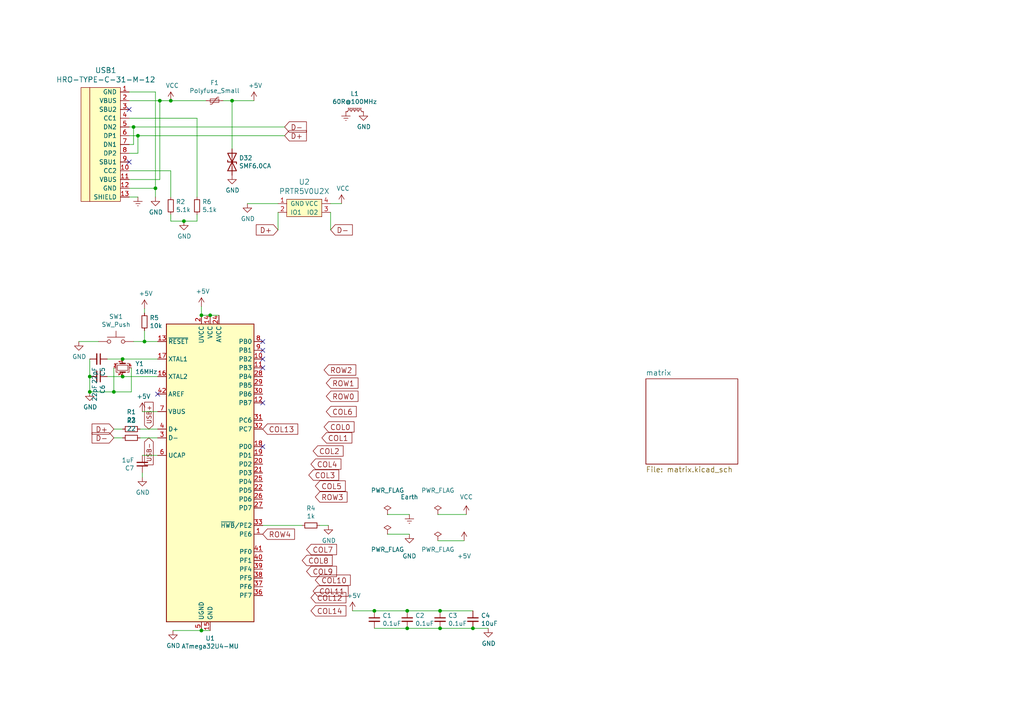
<source format=kicad_sch>
(kicad_sch (version 20211123) (generator eeschema)
  (paper "A4")
  (lib_symbols
    (symbol "Device:C_Small" (pin_numbers hide) (pin_names (offset 0.254) hide)
      (property "Reference" "C" (at 0.254 1.778 0))
      (property "Value" "C_Small" (at 0.254 -2.032 0))
      (symbol "C_Small_0_1"
        (polyline (pts (xy -1.524 -0.508) (xy 1.524 -0.508)) (stroke (width 0.3302)))
        (polyline (pts (xy -1.524 0.508) (xy 1.524 0.508)) (stroke (width 0.3048)))
      )
      (symbol "C_Small_1_1"
        (pin passive line (at 0 2.54 270) (length 2.032) (name "~") (number "1"))
        (pin passive line (at 0 -2.54 90) (length 2.032) (name "~") (number "2"))
      )
    )
    (symbol "Device:Crystal_GND24_Small" (pin_names (offset 1.016) hide)
      (property "Reference" "Y" (at 1.27 4.445 0))
      (property "Value" "Crystal_GND24_Small" (at 1.27 2.54 0))
      (symbol "Crystal_GND24_Small_0_1"
        (rectangle (start -0.762 -1.524) (end 0.762 1.524))
        (polyline (pts (xy -1.27 -0.762) (xy -1.27 0.762)) (stroke (width 0.381)))
        (polyline (pts (xy 1.27 -0.762) (xy 1.27 0.762)) (stroke (width 0.381)))
        (polyline (pts (xy -1.27 -1.27) (xy -1.27 -1.905) (xy 1.27 -1.905) (xy 1.27 -1.27)))
        (polyline (pts (xy -1.27 1.27) (xy -1.27 1.905) (xy 1.27 1.905) (xy 1.27 1.27)))
      )
      (symbol "Crystal_GND24_Small_1_1"
        (pin passive line (at -2.54 0 0) (length 1.27) (name "1") (number "1"))
        (pin passive line (at 0 -2.54 90) (length 0.635) (name "2") (number "2"))
        (pin passive line (at 2.54 0 180) (length 1.27) (name "3") (number "3"))
        (pin passive line (at 0 2.54 270) (length 0.635) (name "4") (number "4"))
      )
    )
    (symbol "Device:D_TVS" (pin_numbers hide) (pin_names (offset 1.016) hide)
      (property "Reference" "D" (at 0 2.54 0))
      (property "Value" "D_TVS" (at 0 -2.54 0))
      (symbol "D_TVS_0_1"
        (polyline (pts (xy 1.27 0) (xy -1.27 0)))
        (polyline (pts (xy 0.508 1.27) (xy 0 1.27) (xy 0 -1.27) (xy -0.508 -1.27)) (stroke (width 0.254)))
        (polyline (pts (xy -2.54 1.27) (xy -2.54 -1.27) (xy 2.54 1.27) (xy 2.54 -1.27) (xy -2.54 1.27)) (stroke (width 0.254)))
      )
      (symbol "D_TVS_1_1"
        (pin passive line (at -3.81 0 0) (length 2.54) (name "A1") (number "1"))
        (pin passive line (at 3.81 0 180) (length 2.54) (name "A2") (number "2"))
      )
    )
    (symbol "Device:Polyfuse_Small" (pin_numbers hide) (pin_names (offset 0))
      (property "Reference" "F" (at -1.905 0 90))
      (property "Value" "Polyfuse_Small" (at 1.905 0 90))
      (symbol "Polyfuse_Small_0_1"
        (rectangle (start -0.508 1.27) (end 0.508 -1.27))
        (polyline (pts (xy 0 2.54) (xy 0 -2.54)))
        (polyline (pts (xy -1.016 1.27) (xy -1.016 0.762) (xy 1.016 -0.762) (xy 1.016 -1.27)))
      )
      (symbol "Polyfuse_Small_1_1"
        (pin passive line (at 0 2.54 270) (length 0.635) (name "~") (number "1"))
        (pin passive line (at 0 -2.54 90) (length 0.635) (name "~") (number "2"))
      )
    )
    (symbol "Device:R_Small" (pin_numbers hide) (pin_names (offset 0.254) hide)
      (property "Reference" "R" (at 0.762 0.508 0))
      (property "Value" "R_Small" (at 0.762 -1.016 0))
      (symbol "R_Small_0_1"
        (rectangle (start -0.762 1.778) (end 0.762 -1.778) (stroke (width 0.2032)))
      )
      (symbol "R_Small_1_1"
        (pin passive line (at 0 2.54 270) (length 0.762) (name "~") (number "1"))
        (pin passive line (at 0 -2.54 90) (length 0.762) (name "~") (number "2"))
      )
    )
    (symbol "KiCad_HHKB-JP_Poker-rescue:L_Core_Ferrite_Small-Device" (pin_numbers hide) (pin_names (offset 0.254) hide)
      (property "Reference" "L" (at 1.27 1.016 0))
      (property "Value" "L_Core_Ferrite_Small-Device" (at 1.27 -1.27 0))
      (symbol "L_Core_Ferrite_Small-Device_0_1"
        (arc (start 0 -2.032) (mid 0.508 -1.524) (end 0 -1.016))
        (arc (start 0 -1.016) (mid 0.508 -0.508) (end 0 0))
        (polyline (pts (xy 0.762 -1.905) (xy 0.762 -1.651)))
        (polyline (pts (xy 0.762 -1.397) (xy 0.762 -1.143)))
        (polyline (pts (xy 0.762 -0.889) (xy 0.762 -0.635)))
        (polyline (pts (xy 0.762 -0.381) (xy 0.762 -0.127)))
        (polyline (pts (xy 0.762 0.127) (xy 0.762 0.381)))
        (polyline (pts (xy 0.762 0.635) (xy 0.762 0.889)))
        (polyline (pts (xy 0.762 1.143) (xy 0.762 1.397)))
        (polyline (pts (xy 0.762 1.651) (xy 0.762 1.905)))
        (polyline (pts (xy 1.016 -1.651) (xy 1.016 -1.905)))
        (polyline (pts (xy 1.016 -1.143) (xy 1.016 -1.397)))
        (polyline (pts (xy 1.016 -0.635) (xy 1.016 -0.889)))
        (polyline (pts (xy 1.016 -0.127) (xy 1.016 -0.381)))
        (polyline (pts (xy 1.016 0.381) (xy 1.016 0.127)))
        (polyline (pts (xy 1.016 0.889) (xy 1.016 0.635)))
        (polyline (pts (xy 1.016 1.397) (xy 1.016 1.143)))
        (polyline (pts (xy 1.016 1.905) (xy 1.016 1.651)))
        (arc (start 0 0) (mid 0.508 0.508) (end 0 1.016))
        (arc (start 0 1.016) (mid 0.508 1.524) (end 0 2.032))
      )
      (symbol "L_Core_Ferrite_Small-Device_1_1"
        (pin passive line (at 0 2.54 270) (length 0.508) (name "~") (number "1"))
        (pin passive line (at 0 -2.54 90) (length 0.508) (name "~") (number "2"))
      )
    )
    (symbol "MCU_Microchip_ATmega:ATmega32U4-M"
      (property "Reference" "U" (at -12.7 44.45 0))
      (property "Value" "ATmega32U4-M" (at 2.54 -44.45 0))
      (symbol "ATmega32U4-M_0_1"
        (rectangle (start -12.7 -43.18) (end 12.7 43.18) (stroke (width 0.254)) (fill (type background)))
      )
      (symbol "ATmega32U4-M_1_1"
        (pin bidirectional line (at 15.24 -17.78 180) (length 2.54) (name "PE6") (number "1"))
        (pin bidirectional line (at 15.24 33.02 180) (length 2.54) (name "PB2") (number "10"))
        (pin bidirectional line (at 15.24 30.48 180) (length 2.54) (name "PB3") (number "11"))
        (pin bidirectional line (at 15.24 20.32 180) (length 2.54) (name "PB7") (number "12"))
        (pin input line (at -15.24 38.1 0) (length 2.54) (name "~{RESET}") (number "13"))
        (pin power_in line (at 0 45.72 270) (length 2.54) (name "VCC") (number "14"))
        (pin power_in line (at 0 -45.72 90) (length 2.54) (name "GND") (number "15"))
        (pin output line (at -15.24 27.94 0) (length 2.54) (name "XTAL2") (number "16"))
        (pin input line (at -15.24 33.02 0) (length 2.54) (name "XTAL1") (number "17"))
        (pin bidirectional line (at 15.24 7.62 180) (length 2.54) (name "PD0") (number "18"))
        (pin bidirectional line (at 15.24 5.08 180) (length 2.54) (name "PD1") (number "19"))
        (pin power_in line (at -2.54 45.72 270) (length 2.54) (name "UVCC") (number "2"))
        (pin bidirectional line (at 15.24 2.54 180) (length 2.54) (name "PD2") (number "20"))
        (pin bidirectional line (at 15.24 0 180) (length 2.54) (name "PD3") (number "21"))
        (pin bidirectional line (at 15.24 -5.08 180) (length 2.54) (name "PD5") (number "22"))
        (pin passive line (at 0 -45.72 90) (length 2.54) hide (name "GND") (number "23"))
        (pin power_in line (at 2.54 45.72 270) (length 2.54) (name "AVCC") (number "24"))
        (pin bidirectional line (at 15.24 -2.54 180) (length 2.54) (name "PD4") (number "25"))
        (pin bidirectional line (at 15.24 -7.62 180) (length 2.54) (name "PD6") (number "26"))
        (pin bidirectional line (at 15.24 -10.16 180) (length 2.54) (name "PD7") (number "27"))
        (pin bidirectional line (at 15.24 27.94 180) (length 2.54) (name "PB4") (number "28"))
        (pin bidirectional line (at 15.24 25.4 180) (length 2.54) (name "PB5") (number "29"))
        (pin bidirectional line (at -15.24 10.16 0) (length 2.54) (name "D-") (number "3"))
        (pin bidirectional line (at 15.24 22.86 180) (length 2.54) (name "PB6") (number "30"))
        (pin bidirectional line (at 15.24 15.24 180) (length 2.54) (name "PC6") (number "31"))
        (pin bidirectional line (at 15.24 12.7 180) (length 2.54) (name "PC7") (number "32"))
        (pin bidirectional line (at 15.24 -15.24 180) (length 2.54) (name "~{HWB}/PE2") (number "33"))
        (pin passive line (at 0 45.72 270) (length 2.54) hide (name "VCC") (number "34"))
        (pin passive line (at 0 -45.72 90) (length 2.54) hide (name "GND") (number "35"))
        (pin bidirectional line (at 15.24 -35.56 180) (length 2.54) (name "PF7") (number "36"))
        (pin bidirectional line (at 15.24 -33.02 180) (length 2.54) (name "PF6") (number "37"))
        (pin bidirectional line (at 15.24 -30.48 180) (length 2.54) (name "PF5") (number "38"))
        (pin bidirectional line (at 15.24 -27.94 180) (length 2.54) (name "PF4") (number "39"))
        (pin bidirectional line (at -15.24 12.7 0) (length 2.54) (name "D+") (number "4"))
        (pin bidirectional line (at 15.24 -25.4 180) (length 2.54) (name "PF1") (number "40"))
        (pin bidirectional line (at 15.24 -22.86 180) (length 2.54) (name "PF0") (number "41"))
        (pin passive line (at -15.24 22.86 0) (length 2.54) (name "AREF") (number "42"))
        (pin passive line (at 0 -45.72 90) (length 2.54) hide (name "GND") (number "43"))
        (pin passive line (at 2.54 45.72 270) (length 2.54) hide (name "AVCC") (number "44"))
        (pin passive line (at 0 -45.72 90) (length 2.54) hide (name "GND") (number "45"))
        (pin passive line (at -2.54 -45.72 90) (length 2.54) (name "UGND") (number "5"))
        (pin passive line (at -15.24 5.08 0) (length 2.54) (name "UCAP") (number "6"))
        (pin input line (at -15.24 17.78 0) (length 2.54) (name "VBUS") (number "7"))
        (pin bidirectional line (at 15.24 38.1 180) (length 2.54) (name "PB0") (number "8"))
        (pin bidirectional line (at 15.24 35.56 180) (length 2.54) (name "PB1") (number "9"))
      )
    )
    (symbol "Switch:SW_Push" (pin_numbers hide) (pin_names (offset 1.016) hide)
      (property "Reference" "SW" (at 1.27 2.54 0))
      (property "Value" "SW_Push" (at 0 -1.524 0))
      (symbol "SW_Push_0_1"
        (circle (center -2.032 0) (radius 0.508))
        (polyline (pts (xy 0 1.27) (xy 0 3.048)))
        (polyline (pts (xy 2.54 1.27) (xy -2.54 1.27)))
        (circle (center 2.032 0) (radius 0.508))
        (pin passive line (at -5.08 0 0) (length 2.54) (name "1") (number "1"))
        (pin passive line (at 5.08 0 180) (length 2.54) (name "2") (number "2"))
      )
    )
    (symbol "Type-C:HRO-TYPE-C-31-M-12" (pin_names (offset 1.016))
      (property "Reference" "USB" (at -5.08 16.51 0))
      (property "Value" "HRO-TYPE-C-31-M-12" (at -10.16 -1.27 90))
      (symbol "HRO-TYPE-C-31-M-12_0_1"
        (rectangle (start -11.43 15.24) (end -8.89 -17.78) (fill (type background)))
        (rectangle (start 0 -17.78) (end -8.89 15.24) (fill (type background)))
      )
      (symbol "HRO-TYPE-C-31-M-12_1_1"
        (pin input line (at 2.54 13.97 180) (length 2.54) (name "GND") (number "1"))
        (pin input line (at 2.54 -8.89 180) (length 2.54) (name "CC2") (number "10"))
        (pin input line (at 2.54 -11.43 180) (length 2.54) (name "VBUS") (number "11"))
        (pin input line (at 2.54 -13.97 180) (length 2.54) (name "GND") (number "12"))
        (pin input line (at 2.54 -16.51 180) (length 2.54) (name "SHIELD") (number "13"))
        (pin input line (at 2.54 11.43 180) (length 2.54) (name "VBUS") (number "2"))
        (pin input line (at 2.54 8.89 180) (length 2.54) (name "SBU2") (number "3"))
        (pin input line (at 2.54 6.35 180) (length 2.54) (name "CC1") (number "4"))
        (pin input line (at 2.54 3.81 180) (length 2.54) (name "DN2") (number "5"))
        (pin input line (at 2.54 1.27 180) (length 2.54) (name "DP1") (number "6"))
        (pin input line (at 2.54 -1.27 180) (length 2.54) (name "DN1") (number "7"))
        (pin input line (at 2.54 -3.81 180) (length 2.54) (name "DP2") (number "8"))
        (pin input line (at 2.54 -6.35 180) (length 2.54) (name "SBU1") (number "9"))
      )
    )
    (symbol "ai03-locallib:PRTR5V0U2X" (pin_names (offset 1.016))
      (property "Reference" "U" (at 0 3.81 0))
      (property "Value" "PRTR5V0U2X" (at 0 -3.81 0))
      (symbol "PRTR5V0U2X_0_1"
        (rectangle (start -5.08 2.54) (end 5.08 -2.54) (fill (type background)))
      )
      (symbol "PRTR5V0U2X_1_1"
        (pin input line (at -7.62 1.27 0) (length 2.54) (name "GND") (number "1"))
        (pin input line (at -7.62 -1.27 0) (length 2.54) (name "IO1") (number "2"))
        (pin input line (at 7.62 -1.27 180) (length 2.54) (name "IO2") (number "3"))
        (pin input line (at 7.62 1.27 180) (length 2.54) (name "VCC") (number "4"))
      )
    )
    (symbol "power:+5V" (power) (pin_names (offset 0))
      (property "Value" "+5V" (at 0 3.556 0))
      (symbol "+5V_0_1"
        (polyline (pts (xy -0.762 1.27) (xy 0 2.54)))
        (polyline (pts (xy 0 0) (xy 0 2.54)))
        (polyline (pts (xy 0 2.54) (xy 0.762 1.27)))
      )
      (symbol "+5V_1_1"
        (pin power_in line (at 0 0 90) (length 0) hide (name "+5V") (number "1"))
      )
    )
    (symbol "power:Earth" (power) (pin_names (offset 0))
      (symbol "Earth_0_1"
        (polyline (pts (xy -0.635 -1.905) (xy 0.635 -1.905)))
        (polyline (pts (xy -0.127 -2.54) (xy 0.127 -2.54)))
        (polyline (pts (xy 0 -1.27) (xy 0 0)))
        (polyline (pts (xy 1.27 -1.27) (xy -1.27 -1.27)))
      )
      (symbol "Earth_1_1"
        (pin power_in line (at 0 0 270) (length 0) hide (name "Earth") (number "1"))
      )
    )
    (symbol "power:GND" (power) (pin_names (offset 0))
      (property "Value" "GND" (at 0 -3.81 0))
      (symbol "GND_0_1"
        (polyline (pts (xy 0 0) (xy 0 -1.27) (xy 1.27 -1.27) (xy 0 -2.54) (xy -1.27 -1.27) (xy 0 -1.27)))
      )
      (symbol "GND_1_1"
        (pin power_in line (at 0 0 270) (length 0) hide (name "GND") (number "1"))
      )
    )
    (symbol "power:PWR_FLAG" (power) (pin_numbers hide) (pin_names (offset 0) hide)
      (property "Value" "PWR_FLAG" (at 0 3.81 0))
      (symbol "PWR_FLAG_0_0"
        (pin power_out line (at 0 0 90) (length 0) (name "pwr") (number "1"))
      )
      (symbol "PWR_FLAG_0_1"
        (polyline (pts (xy 0 0) (xy 0 1.27) (xy -1.016 1.905) (xy 0 2.54) (xy 1.016 1.905) (xy 0 1.27)))
      )
    )
    (symbol "power:VCC" (power) (pin_names (offset 0))
      (property "Value" "VCC" (at 0 3.81 0))
      (symbol "VCC_0_1"
        (polyline (pts (xy -0.762 1.27) (xy 0 2.54)))
        (polyline (pts (xy 0 0) (xy 0 2.54)))
        (polyline (pts (xy 0 2.54) (xy 0.762 1.27)))
      )
      (symbol "VCC_1_1"
        (pin power_in line (at 0 0 90) (length 0) hide (name "VCC") (number "1"))
      )
    )
  )
  (junction (at 45.085 54.61))
  (junction (at 67.31 29.21))
  (junction (at 53.34 64.135))
  (junction (at 26.035 113.665))
  (junction (at 35.56 109.22))
  (junction (at 118.11 182.245))
  (junction (at 58.42 91.44))
  (junction (at 35.56 104.14))
  (junction (at 58.42 182.88))
  (junction (at 41.91 99.06))
  (junction (at 60.96 91.44))
  (junction (at 40.005 39.37))
  (junction (at 49.53 29.21))
  (junction (at 127.635 177.165))
  (junction (at 127.635 182.245))
  (junction (at 33.02 113.665))
  (junction (at 118.11 177.165))
  (junction (at 38.735 36.83))
  (junction (at 46.355 29.21))
  (junction (at 26.035 109.22))
  (junction (at 137.16 182.245))
  (junction (at 108.585 177.165))
  (no_connect (at 37.465 31.75))
  (no_connect (at 76.2 106.68))
  (no_connect (at 76.2 116.84))
  (no_connect (at 76.2 129.54))
  (no_connect (at 37.465 46.99))
  (no_connect (at 45.72 114.3))
  (no_connect (at 76.2 99.06))
  (no_connect (at 76.2 101.6))
  (no_connect (at 76.2 104.14))
  (wire (pts (xy 108.585 177.165) (xy 118.11 177.165)))
  (wire (pts (xy 33.02 127) (xy 35.56 127)))
  (wire (pts (xy 50.165 182.88) (xy 58.42 182.88)))
  (wire (pts (xy 38.735 41.91) (xy 37.465 41.91)))
  (wire (pts (xy 38.735 36.83) (xy 82.55 36.83)))
  (wire (pts (xy 137.16 182.245) (xy 141.605 182.245)))
  (wire (pts (xy 57.15 57.15) (xy 57.15 34.29)))
  (wire (pts (xy 127.635 177.165) (xy 137.16 177.165)))
  (wire (pts (xy 40.005 57.15) (xy 37.465 57.15)))
  (wire (pts (xy 45.085 54.61) (xy 37.465 54.61)))
  (wire (pts (xy 127 156.845) (xy 134.62 156.845)))
  (wire (pts (xy 40.005 39.37) (xy 37.465 39.37)))
  (wire (pts (xy 41.91 95.885) (xy 41.91 99.06)))
  (wire (pts (xy 49.53 57.15) (xy 49.53 49.53)))
  (wire (pts (xy 58.42 88.9) (xy 58.42 91.44)))
  (wire (pts (xy 26.035 109.22) (xy 26.035 113.665)))
  (wire (pts (xy 80.645 66.675) (xy 80.645 61.595)))
  (wire (pts (xy 38.1 106.68) (xy 38.1 113.665)))
  (wire (pts (xy 45.085 57.15) (xy 45.085 54.61)))
  (wire (pts (xy 112.395 154.94) (xy 118.745 154.94)))
  (wire (pts (xy 118.11 182.245) (xy 127.635 182.245)))
  (wire (pts (xy 64.77 29.21) (xy 67.31 29.21)))
  (wire (pts (xy 127.635 182.245) (xy 137.16 182.245)))
  (wire (pts (xy 53.34 64.135) (xy 49.53 64.135)))
  (wire (pts (xy 49.53 29.21) (xy 59.69 29.21)))
  (wire (pts (xy 26.035 104.14) (xy 26.035 109.22)))
  (wire (pts (xy 58.42 91.44) (xy 60.96 91.44)))
  (wire (pts (xy 33.02 113.665) (xy 33.02 106.68)))
  (wire (pts (xy 45.72 104.14) (xy 35.56 104.14)))
  (wire (pts (xy 37.465 29.21) (xy 46.355 29.21)))
  (wire (pts (xy 46.355 29.21) (xy 49.53 29.21)))
  (wire (pts (xy 108.585 182.245) (xy 118.11 182.245)))
  (wire (pts (xy 53.34 64.135) (xy 57.15 64.135)))
  (wire (pts (xy 26.035 113.665) (xy 33.02 113.665)))
  (wire (pts (xy 60.96 182.88) (xy 58.42 182.88)))
  (wire (pts (xy 46.355 29.21) (xy 46.355 52.07)))
  (wire (pts (xy 46.355 52.07) (xy 37.465 52.07)))
  (wire (pts (xy 40.64 127) (xy 45.72 127)))
  (wire (pts (xy 35.56 104.14) (xy 31.115 104.14)))
  (wire (pts (xy 45.72 124.46) (xy 40.64 124.46)))
  (wire (pts (xy 41.275 138.43) (xy 41.275 137.16)))
  (wire (pts (xy 57.15 64.135) (xy 57.15 62.23)))
  (wire (pts (xy 102.235 177.165) (xy 108.585 177.165)))
  (wire (pts (xy 33.02 124.46) (xy 35.56 124.46)))
  (wire (pts (xy 22.86 99.06) (xy 28.575 99.06)))
  (wire (pts (xy 71.755 59.055) (xy 80.645 59.055)))
  (wire (pts (xy 41.91 99.06) (xy 45.72 99.06)))
  (wire (pts (xy 63.5 91.44) (xy 60.96 91.44)))
  (wire (pts (xy 118.11 177.165) (xy 127.635 177.165)))
  (wire (pts (xy 37.465 36.83) (xy 38.735 36.83)))
  (wire (pts (xy 38.735 36.83) (xy 38.735 41.91)))
  (wire (pts (xy 37.465 44.45) (xy 40.005 44.45)))
  (wire (pts (xy 41.275 132.08) (xy 45.72 132.08)))
  (wire (pts (xy 49.53 49.53) (xy 37.465 49.53)))
  (wire (pts (xy 87.63 152.4) (xy 76.2 152.4)))
  (wire (pts (xy 41.91 89.535) (xy 41.91 90.805)))
  (wire (pts (xy 45.085 26.67) (xy 45.085 54.61)))
  (wire (pts (xy 112.395 149.225) (xy 118.745 149.225)))
  (wire (pts (xy 127 149.225) (xy 135.255 149.225)))
  (wire (pts (xy 67.31 43.18) (xy 67.31 29.21)))
  (wire (pts (xy 31.115 109.22) (xy 35.56 109.22)))
  (wire (pts (xy 67.31 29.21) (xy 73.66 29.21)))
  (wire (pts (xy 41.91 99.06) (xy 38.735 99.06)))
  (wire (pts (xy 40.005 39.37) (xy 82.55 39.37)))
  (wire (pts (xy 38.1 113.665) (xy 33.02 113.665)))
  (wire (pts (xy 37.465 26.67) (xy 45.085 26.67)))
  (wire (pts (xy 95.885 66.675) (xy 95.885 61.595)))
  (wire (pts (xy 35.56 109.22) (xy 45.72 109.22)))
  (wire (pts (xy 41.275 119.38) (xy 45.72 119.38)))
  (wire (pts (xy 40.005 44.45) (xy 40.005 39.37)))
  (wire (pts (xy 49.53 64.135) (xy 49.53 62.23)))
  (wire (pts (xy 99.06 59.055) (xy 95.885 59.055)))
  (wire (pts (xy 57.15 34.29) (xy 37.465 34.29)))
  (wire (pts (xy 95.25 152.4) (xy 92.71 152.4)))
  (global_label "D-" (shape input) (at 33.02 127 180) (effects (font (size 1.524 1.524))) (property "Intersheet References" "${INTERSHEET_REFS}" (effects hide)))
  (global_label "ROW2" (shape input) (at 93.98 107.315 0) (effects (font (size 1.524 1.524))) (property "Intersheet References" "${INTERSHEET_REFS}" (effects hide)))
  (global_label "COL6" (shape input) (at 94.615 119.38 0) (effects (font (size 1.524 1.524))) (property "Intersheet References" "${INTERSHEET_REFS}" (effects hide)))
  (global_label "COL13" (shape input) (at 76.2 124.46 0) (effects (font (size 1.524 1.524))) (property "Intersheet References" "${INTERSHEET_REFS}" (effects hide)))
  (global_label "D+" (shape input) (at 82.55 39.37 0) (effects (font (size 1.524 1.524))) (property "Intersheet References" "${INTERSHEET_REFS}" (effects hide)))
  (global_label "USB-" (shape input) (at 43.18 127 270) (property "Intersheet References" "${INTERSHEET_REFS}" (effects hide)))
  (global_label "COL1" (shape input) (at 93.345 127 0) (effects (font (size 1.524 1.524))) (property "Intersheet References" "${INTERSHEET_REFS}" (effects hide)))
  (global_label "COL4" (shape input) (at 90.17 134.62 0) (effects (font (size 1.524 1.524))) (property "Intersheet References" "${INTERSHEET_REFS}" (effects hide)))
  (global_label "ROW0" (shape input) (at 94.615 114.935 0) (effects (font (size 1.524 1.524))) (property "Intersheet References" "${INTERSHEET_REFS}" (effects hide)))
  (global_label "USB+" (shape input) (at 43.18 124.46 90) (property "Intersheet References" "${INTERSHEET_REFS}" (effects hide)))
  (global_label "ROW4" (shape input) (at 76.2 154.94 0) (effects (font (size 1.524 1.524))) (property "Intersheet References" "${INTERSHEET_REFS}" (effects hide)))
  (global_label "COL3" (shape input) (at 89.535 137.795 0) (effects (font (size 1.524 1.524))) (property "Intersheet References" "${INTERSHEET_REFS}" (effects hide)))
  (global_label "ROW3" (shape input) (at 91.44 144.145 0) (effects (font (size 1.524 1.524))) (property "Intersheet References" "${INTERSHEET_REFS}" (effects hide)))
  (global_label "COL8" (shape input) (at 87.63 162.56 0) (effects (font (size 1.524 1.524))) (property "Intersheet References" "${INTERSHEET_REFS}" (effects hide)))
  (global_label "COL12" (shape input) (at 90.17 173.355 0) (effects (font (size 1.524 1.524))) (property "Intersheet References" "${INTERSHEET_REFS}" (effects hide)))
  (global_label "COL14" (shape input) (at 90.17 177.165 0) (effects (font (size 1.524 1.524))) (property "Intersheet References" "${INTERSHEET_REFS}" (effects hide)))
  (global_label "COL5" (shape input) (at 91.44 140.97 0) (effects (font (size 1.524 1.524))) (property "Intersheet References" "${INTERSHEET_REFS}" (effects hide)))
  (global_label "COL7" (shape input) (at 88.9 159.385 0) (effects (font (size 1.524 1.524))) (property "Intersheet References" "${INTERSHEET_REFS}" (effects hide)))
  (global_label "COL9" (shape input) (at 88.9 165.735 0) (effects (font (size 1.524 1.524))) (property "Intersheet References" "${INTERSHEET_REFS}" (effects hide)))
  (global_label "D-" (shape input) (at 82.55 36.83 0) (effects (font (size 1.524 1.524))) (property "Intersheet References" "${INTERSHEET_REFS}" (effects hide)))
  (global_label "COL2" (shape input) (at 90.805 130.81 0) (effects (font (size 1.524 1.524))) (property "Intersheet References" "${INTERSHEET_REFS}" (effects hide)))
  (global_label "D-" (shape input) (at 95.885 66.675 0) (effects (font (size 1.524 1.524))) (property "Intersheet References" "${INTERSHEET_REFS}" (effects hide)))
  (global_label "D+" (shape input) (at 33.02 124.46 180) (effects (font (size 1.524 1.524))) (property "Intersheet References" "${INTERSHEET_REFS}" (effects hide)))
  (global_label "COL0" (shape input) (at 93.98 123.825 0) (effects (font (size 1.524 1.524))) (property "Intersheet References" "${INTERSHEET_REFS}" (effects hide)))
  (global_label "COL10" (shape input) (at 91.44 168.275 0) (effects (font (size 1.524 1.524))) (property "Intersheet References" "${INTERSHEET_REFS}" (effects hide)))
  (global_label "COL11" (shape input) (at 90.805 171.45 0) (effects (font (size 1.524 1.524))) (property "Intersheet References" "${INTERSHEET_REFS}" (effects hide)))
  (global_label "ROW1" (shape input) (at 94.615 111.125 0) (effects (font (size 1.524 1.524))) (property "Intersheet References" "${INTERSHEET_REFS}" (effects hide)))
  (global_label "D+" (shape input) (at 80.645 66.675 180) (effects (font (size 1.524 1.524))) (property "Intersheet References" "${INTERSHEET_REFS}" (effects hide)))
  (symbol (lib_id "Device:C_Small") (at 108.585 179.705 0) (unit 1)
    (property "Reference" "C1" (at 110.9218 178.5366 0) (effects (justify left)))
    (property "Value" "0.1uF" (at 110.9218 180.848 0) (effects (justify left)))
    (property "Footprint" "Capacitor_SMD:C_0603_1608Metric" (effects hide))
  )
  (symbol (lib_id "power:+5V") (at 73.66 29.21 0) (unit 1)
    (property "Reference" "#PWR0103" (effects hide))
    (property "Value" "+5V" (at 74.041 24.8158 0))
  )
  (symbol (lib_id "Device:C_Small") (at 118.11 179.705 0) (unit 1)
    (property "Reference" "C2" (at 120.4468 178.5366 0) (effects (justify left)))
    (property "Value" "0.1uF" (at 120.4468 180.848 0) (effects (justify left)))
    (property "Footprint" "Capacitor_SMD:C_0603_1608Metric" (effects hide))
  )
  (symbol (lib_id "Device:C_Small") (at 127.635 179.705 0) (unit 1)
    (property "Reference" "C3" (at 129.9718 178.5366 0) (effects (justify left)))
    (property "Value" "0.1uF" (at 129.9718 180.848 0) (effects (justify left)))
    (property "Footprint" "Capacitor_SMD:C_0603_1608Metric" (effects hide))
  )
  (symbol (lib_id "Device:C_Small") (at 137.16 179.705 0) (unit 1)
    (property "Reference" "C4" (at 139.4968 178.5366 0) (effects (justify left)))
    (property "Value" "10uF" (at 139.4968 180.848 0) (effects (justify left)))
    (property "Footprint" "Capacitor_SMD:C_0603_1608Metric" (effects hide))
  )
  (symbol (lib_id "power:GND") (at 141.605 182.245 0) (unit 1)
    (property "Reference" "#PWR0101" (effects hide))
    (property "Value" "GND" (at 141.732 186.6392 0))
  )
  (symbol (lib_id "Device:Crystal_GND24_Small") (at 35.56 106.68 270) (unit 1)
    (property "Reference" "Y1" (at 39.2176 105.5116 90) (effects (justify left)))
    (property "Value" "16MHz" (at 39.2176 107.823 90) (effects (justify left)))
    (property "Footprint" "Crystal:Crystal_SMD_3225-4Pin_3.2x2.5mm" (effects hide))
  )
  (symbol (lib_id "Device:C_Small") (at 28.575 104.14 270) (unit 1)
    (property "Reference" "C5" (at 29.7434 106.4768 0) (effects (justify left)))
    (property "Value" "22pF" (at 27.432 106.4768 0) (effects (justify left)))
    (property "Footprint" "Capacitor_SMD:C_0603_1608Metric" (effects hide))
  )
  (symbol (lib_id "Device:C_Small") (at 28.575 109.22 270) (unit 1)
    (property "Reference" "C6" (at 29.7434 111.5568 0) (effects (justify left)))
    (property "Value" "22pF" (at 27.432 111.5568 0) (effects (justify left)))
    (property "Footprint" "Capacitor_SMD:C_0603_1608Metric" (effects hide))
  )
  (symbol (lib_id "power:GND") (at 26.035 113.665 0) (unit 1)
    (property "Reference" "#PWR0102" (effects hide))
    (property "Value" "GND" (at 26.162 118.0592 0))
  )
  (symbol (lib_id "power:+5V") (at 41.275 119.38 0) (unit 1)
    (property "Reference" "#PWR0105" (effects hide))
    (property "Value" "+5V" (at 41.656 114.9858 0))
  )
  (symbol (lib_id "Device:R_Small") (at 38.1 124.46 270) (unit 1)
    (property "Reference" "R1" (at 38.1 119.4816 90))
    (property "Value" "22" (at 38.1 121.793 90))
    (property "Footprint" "Resistor_SMD:R_0603_1608Metric" (effects hide))
  )
  (symbol (lib_id "Device:R_Small") (at 38.1 127 270) (unit 1)
    (property "Reference" "R3" (at 38.1 122.0216 90))
    (property "Value" "22" (at 38.1 124.333 90))
    (property "Footprint" "Resistor_SMD:R_0603_1608Metric" (effects hide))
  )
  (symbol (lib_id "Device:C_Small") (at 41.275 134.62 180) (unit 1)
    (property "Reference" "C7" (at 38.9382 135.7884 0) (effects (justify left)))
    (property "Value" "1uF" (at 38.9382 133.477 0) (effects (justify left)))
    (property "Footprint" "Capacitor_SMD:C_0603_1608Metric" (effects hide))
  )
  (symbol (lib_id "power:GND") (at 41.275 138.43 0) (unit 1)
    (property "Reference" "#PWR0106" (effects hide))
    (property "Value" "GND" (at 41.402 142.8242 0))
  )
  (symbol (lib_id "power:GND") (at 50.165 182.88 0) (unit 1)
    (property "Reference" "#PWR0108" (effects hide))
    (property "Value" "GND" (at 50.292 187.2742 0))
  )
  (symbol (lib_id "power:+5V") (at 58.42 88.9 0) (unit 1)
    (property "Reference" "#PWR0109" (effects hide))
    (property "Value" "+5V" (at 58.801 84.5058 0))
  )
  (symbol (lib_id "Device:R_Small") (at 90.17 152.4 270) (unit 1)
    (property "Reference" "R4" (at 90.17 147.4216 90))
    (property "Value" "1k" (at 90.17 149.733 90))
    (property "Footprint" "Resistor_SMD:R_0603_1608Metric" (effects hide))
  )
  (symbol (lib_id "power:GND") (at 95.25 152.4 0) (unit 1)
    (property "Reference" "#PWR0110" (effects hide))
    (property "Value" "GND" (at 95.377 156.7942 0))
  )
  (symbol (lib_id "power:+5V") (at 102.235 177.165 0) (unit 1)
    (property "Reference" "#PWR0111" (effects hide))
    (property "Value" "+5V" (at 102.616 172.7708 0))
  )
  (symbol (lib_id "MCU_Microchip_ATmega:ATmega32U4-M") (at 60.96 137.16 0) (unit 1)
    (property "Reference" "U1" (at 60.96 185.1406 0))
    (property "Value" "ATmega32U4-MU" (at 60.96 187.452 0))
    (property "Footprint" "Package_DFN_QFN:QFN-44-1EP_7x7mm_P0.5mm_EP5.2x5.2mm" (effects hide))
    (property "Datasheet" "http://ww1.microchip.com/downloads/en/DeviceDoc/Atmel-7766-8-bit-AVR-ATmega16U4-32U4_Datasheet.pdf" (effects hide))
  )
  (symbol (lib_id "Switch:SW_Push") (at 33.655 99.06 0) (unit 1)
    (property "Reference" "SW1" (at 33.655 91.821 0))
    (property "Value" "SW_Push" (at 33.655 94.1324 0))
    (property "Footprint" "Button_Switch_SMD:SW_SPST_TL3342" (effects hide))
  )
  (symbol (lib_id "Device:R_Small") (at 41.91 93.345 180) (unit 1)
    (property "Reference" "R5" (at 43.4086 92.1766 0) (effects (justify right)))
    (property "Value" "10k" (at 43.4086 94.488 0) (effects (justify right)))
    (property "Footprint" "Resistor_SMD:R_0603_1608Metric" (effects hide))
  )
  (symbol (lib_id "power:+5V") (at 41.91 89.535 0) (unit 1)
    (property "Reference" "#PWR0107" (effects hide))
    (property "Value" "+5V" (at 42.291 85.1408 0))
  )
  (symbol (lib_id "power:GND") (at 22.86 99.06 0) (unit 1)
    (property "Reference" "#PWR0112" (effects hide))
    (property "Value" "GND" (at 22.987 103.4542 0))
  )
  (symbol (lib_id "Type-C:HRO-TYPE-C-31-M-12") (at 34.925 40.64 0) (unit 1)
    (property "Reference" "USB1" (at 30.6832 20.3962 0) (effects (font (size 1.524 1.524))))
    (property "Value" "HRO-TYPE-C-31-M-12" (at 30.6832 23.0886 0) (effects (font (size 1.524 1.524))))
    (property "Footprint" "Type-C:HRO-TYPE-C-31-M-12-Assembly" (effects hide))
  )
  (symbol (lib_id "ai03-locallib:PRTR5V0U2X") (at 88.265 60.325 0) (unit 1)
    (property "Reference" "U2" (at 88.265 52.7812 0) (effects (font (size 1.524 1.524))))
    (property "Value" "PRTR5V0U2X" (at 88.265 55.4736 0) (effects (font (size 1.524 1.524))))
    (property "Footprint" "random-keyboard-parts:SOT143B" (effects hide))
  )
  (symbol (lib_id "power:Earth") (at 40.005 57.15 0) (unit 1)
    (property "Reference" "#PWR0104" (effects hide))
    (property "Value" "Earth" (effects hide))
  )
  (symbol (lib_id "power:GND") (at 45.085 57.15 0) (unit 1)
    (property "Reference" "#PWR0113" (effects hide))
    (property "Value" "GND" (at 45.212 61.5442 0))
  )
  (symbol (lib_id "Device:Polyfuse_Small") (at 62.23 29.21 270) (unit 1)
    (property "Reference" "F1" (at 62.23 24.003 90))
    (property "Value" "Polyfuse_Small" (at 62.23 26.3144 90))
    (property "Footprint" "Fuse:Fuse_1206_3216Metric" (effects hide))
  )
  (symbol (lib_id "power:VCC") (at 49.53 29.21 0) (unit 1)
    (property "Reference" "#PWR0114" (effects hide))
    (property "Value" "VCC" (at 49.9618 24.8158 0))
  )
  (symbol (lib_id "Device:R_Small") (at 49.53 59.69 180) (unit 1)
    (property "Reference" "R2" (at 51.0286 58.5216 0) (effects (justify right)))
    (property "Value" "5.1k" (at 51.0286 60.833 0) (effects (justify right)))
    (property "Footprint" "Resistor_SMD:R_0603_1608Metric" (effects hide))
  )
  (symbol (lib_id "Device:R_Small") (at 57.15 59.69 180) (unit 1)
    (property "Reference" "R6" (at 58.6486 58.5216 0) (effects (justify right)))
    (property "Value" "5.1k" (at 58.6486 60.833 0) (effects (justify right)))
    (property "Footprint" "Resistor_SMD:R_0603_1608Metric" (effects hide))
  )
  (symbol (lib_id "Device:D_TVS") (at 67.31 46.99 90) (unit 1)
    (property "Reference" "D32" (at 69.3166 45.8216 90) (effects (justify right)))
    (property "Value" "SMF6.0CA" (at 69.3166 48.133 90) (effects (justify right)))
    (property "Footprint" "Diode_SMD:D_SOD-123" (effects hide))
  )
  (symbol (lib_id "power:GND") (at 53.34 64.135 0) (unit 1)
    (property "Reference" "#PWR0115" (effects hide))
    (property "Value" "GND" (at 53.467 68.5292 0))
  )
  (symbol (lib_id "power:GND") (at 67.31 50.8 0) (unit 1)
    (property "Reference" "#PWR0120" (effects hide))
    (property "Value" "GND" (at 67.437 55.1942 0))
  )
  (symbol (lib_id "power:GND") (at 71.755 59.055 0) (unit 1)
    (property "Reference" "#PWR0116" (effects hide))
    (property "Value" "GND" (at 71.882 63.4492 0))
  )
  (symbol (lib_id "power:VCC") (at 99.06 59.055 0) (unit 1)
    (property "Reference" "#PWR0117" (effects hide))
    (property "Value" "VCC" (at 99.4918 54.6608 0))
  )
  (symbol (lib_id "KiCad_HHKB-JP_Poker-rescue:L_Core_Ferrite_Small-Device") (at 102.87 32.385 90) (unit 1)
    (property "Reference" "L1" (at 102.87 27.178 90))
    (property "Value" "60R@100MHz" (at 102.87 29.4894 90))
    (property "Footprint" "Inductor_SMD:L_1206_3216Metric" (effects hide))
  )
  (symbol (lib_id "power:Earth") (at 100.33 32.385 0) (unit 1)
    (property "Reference" "#PWR0118" (effects hide))
    (property "Value" "Earth" (effects hide))
  )
  (symbol (lib_id "power:GND") (at 105.41 32.385 0) (unit 1)
    (property "Reference" "#PWR0119" (effects hide))
    (property "Value" "GND" (at 105.537 36.7792 0))
  )
  (symbol (lib_id "power:PWR_FLAG") (at 127 149.225 0) (unit 1)
    (property "Reference" "#FLG0103" (effects hide))
    (property "Value" "PWR_FLAG" (at 127 142.24 0))
  )
  (symbol (lib_id "power:VCC") (at 135.255 149.225 0) (unit 1)
    (property "Reference" "#PWR0122" (effects hide))
    (property "Value" "VCC" (at 135.255 144.145 0))
  )
  (symbol (lib_id "power:PWR_FLAG") (at 112.395 149.225 0) (unit 1)
    (property "Reference" "#FLG0104" (effects hide))
    (property "Value" "PWR_FLAG" (at 112.395 142.24 0))
  )
  (symbol (lib_id "power:Earth") (at 118.745 149.225 0) (unit 1)
    (property "Reference" "#PWR0124" (effects hide))
    (property "Value" "Earth" (at 118.745 144.145 0))
  )
  (symbol (lib_id "power:PWR_FLAG") (at 112.395 154.94 0) (unit 1)
    (property "Reference" "#FLG0102" (effects hide))
    (property "Value" "PWR_FLAG" (at 112.395 159.385 0))
  )
  (symbol (lib_id "power:GND") (at 118.745 154.94 0) (unit 1)
    (property "Reference" "#PWR0123" (effects hide))
    (property "Value" "GND" (at 118.745 161.29 0))
  )
  (symbol (lib_id "power:+5V") (at 134.62 156.845 0) (unit 1)
    (property "Reference" "#PWR0121" (effects hide))
    (property "Value" "+5V" (at 134.62 161.29 0))
  )
  (symbol (lib_id "power:PWR_FLAG") (at 127 156.845 0) (unit 1)
    (property "Reference" "#FLG0101" (effects hide))
    (property "Value" "PWR_FLAG" (at 127 159.385 0))
  )
  (sheet (at 187.325 109.855) (size 26.67 24.765)
    (property "Sheet name" "matrix" (at 187.325 109.0164 0) (effects (font (size 1.524 1.524)) (justify left bottom)))
    (property "Sheet file" "matrix.kicad_sch" (at 187.325 135.3062 0) (effects (font (size 1.524 1.524)) (justify left top)))
  )
)
</source>
